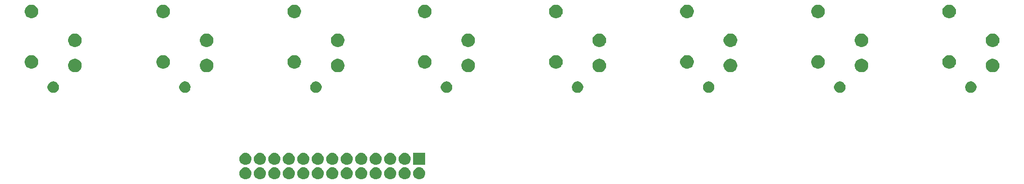
<source format=gts>
G04 #@! TF.GenerationSoftware,KiCad,Pcbnew,(5.1.0-0)*
G04 #@! TF.CreationDate,2019-11-06T10:24:09+01:00*
G04 #@! TF.ProjectId,AddOnD,4164644f-6e44-42e6-9b69-6361645f7063,rev?*
G04 #@! TF.SameCoordinates,Original*
G04 #@! TF.FileFunction,Soldermask,Top*
G04 #@! TF.FilePolarity,Negative*
%FSLAX46Y46*%
G04 Gerber Fmt 4.6, Leading zero omitted, Abs format (unit mm)*
G04 Created by KiCad (PCBNEW (5.1.0-0)) date 2019-11-06 10:24:09*
%MOMM*%
%LPD*%
G04 APERTURE LIST*
%ADD10C,0.100000*%
G04 APERTURE END LIST*
D10*
G36*
X84408500Y58708211D02*
G01*
X84608994Y58647392D01*
X84793759Y58548633D01*
X84793762Y58548631D01*
X84793763Y58548630D01*
X84955718Y58415718D01*
X85088630Y58253763D01*
X85088633Y58253759D01*
X85187392Y58068994D01*
X85248211Y57868500D01*
X85268746Y57660000D01*
X85248211Y57451500D01*
X85187392Y57251006D01*
X85088633Y57066241D01*
X85088631Y57066238D01*
X85088630Y57066237D01*
X84955718Y56904282D01*
X84793763Y56771370D01*
X84793759Y56771367D01*
X84608994Y56672608D01*
X84408500Y56611789D01*
X84252251Y56596400D01*
X84147749Y56596400D01*
X83991500Y56611789D01*
X83791006Y56672608D01*
X83606241Y56771367D01*
X83606237Y56771370D01*
X83444282Y56904282D01*
X83311370Y57066237D01*
X83311369Y57066238D01*
X83311367Y57066241D01*
X83212608Y57251006D01*
X83151789Y57451500D01*
X83131254Y57660000D01*
X83151789Y57868500D01*
X83212608Y58068994D01*
X83311367Y58253759D01*
X83311370Y58253763D01*
X83444282Y58415718D01*
X83606237Y58548630D01*
X83606238Y58548631D01*
X83606241Y58548633D01*
X83791006Y58647392D01*
X83991500Y58708211D01*
X84147749Y58723600D01*
X84252251Y58723600D01*
X84408500Y58708211D01*
X84408500Y58708211D01*
G37*
G36*
X81868500Y58708211D02*
G01*
X82068994Y58647392D01*
X82253759Y58548633D01*
X82253762Y58548631D01*
X82253763Y58548630D01*
X82415718Y58415718D01*
X82548630Y58253763D01*
X82548633Y58253759D01*
X82647392Y58068994D01*
X82708211Y57868500D01*
X82728746Y57660000D01*
X82708211Y57451500D01*
X82647392Y57251006D01*
X82548633Y57066241D01*
X82548631Y57066238D01*
X82548630Y57066237D01*
X82415718Y56904282D01*
X82253763Y56771370D01*
X82253759Y56771367D01*
X82068994Y56672608D01*
X81868500Y56611789D01*
X81712251Y56596400D01*
X81607749Y56596400D01*
X81451500Y56611789D01*
X81251006Y56672608D01*
X81066241Y56771367D01*
X81066237Y56771370D01*
X80904282Y56904282D01*
X80771370Y57066237D01*
X80771369Y57066238D01*
X80771367Y57066241D01*
X80672608Y57251006D01*
X80611789Y57451500D01*
X80591254Y57660000D01*
X80611789Y57868500D01*
X80672608Y58068994D01*
X80771367Y58253759D01*
X80771370Y58253763D01*
X80904282Y58415718D01*
X81066237Y58548630D01*
X81066238Y58548631D01*
X81066241Y58548633D01*
X81251006Y58647392D01*
X81451500Y58708211D01*
X81607749Y58723600D01*
X81712251Y58723600D01*
X81868500Y58708211D01*
X81868500Y58708211D01*
G37*
G36*
X79328500Y58708211D02*
G01*
X79528994Y58647392D01*
X79713759Y58548633D01*
X79713762Y58548631D01*
X79713763Y58548630D01*
X79875718Y58415718D01*
X80008630Y58253763D01*
X80008633Y58253759D01*
X80107392Y58068994D01*
X80168211Y57868500D01*
X80188746Y57660000D01*
X80168211Y57451500D01*
X80107392Y57251006D01*
X80008633Y57066241D01*
X80008631Y57066238D01*
X80008630Y57066237D01*
X79875718Y56904282D01*
X79713763Y56771370D01*
X79713759Y56771367D01*
X79528994Y56672608D01*
X79328500Y56611789D01*
X79172251Y56596400D01*
X79067749Y56596400D01*
X78911500Y56611789D01*
X78711006Y56672608D01*
X78526241Y56771367D01*
X78526237Y56771370D01*
X78364282Y56904282D01*
X78231370Y57066237D01*
X78231369Y57066238D01*
X78231367Y57066241D01*
X78132608Y57251006D01*
X78071789Y57451500D01*
X78051254Y57660000D01*
X78071789Y57868500D01*
X78132608Y58068994D01*
X78231367Y58253759D01*
X78231370Y58253763D01*
X78364282Y58415718D01*
X78526237Y58548630D01*
X78526238Y58548631D01*
X78526241Y58548633D01*
X78711006Y58647392D01*
X78911500Y58708211D01*
X79067749Y58723600D01*
X79172251Y58723600D01*
X79328500Y58708211D01*
X79328500Y58708211D01*
G37*
G36*
X76788500Y58708211D02*
G01*
X76988994Y58647392D01*
X77173759Y58548633D01*
X77173762Y58548631D01*
X77173763Y58548630D01*
X77335718Y58415718D01*
X77468630Y58253763D01*
X77468633Y58253759D01*
X77567392Y58068994D01*
X77628211Y57868500D01*
X77648746Y57660000D01*
X77628211Y57451500D01*
X77567392Y57251006D01*
X77468633Y57066241D01*
X77468631Y57066238D01*
X77468630Y57066237D01*
X77335718Y56904282D01*
X77173763Y56771370D01*
X77173759Y56771367D01*
X76988994Y56672608D01*
X76788500Y56611789D01*
X76632251Y56596400D01*
X76527749Y56596400D01*
X76371500Y56611789D01*
X76171006Y56672608D01*
X75986241Y56771367D01*
X75986237Y56771370D01*
X75824282Y56904282D01*
X75691370Y57066237D01*
X75691369Y57066238D01*
X75691367Y57066241D01*
X75592608Y57251006D01*
X75531789Y57451500D01*
X75511254Y57660000D01*
X75531789Y57868500D01*
X75592608Y58068994D01*
X75691367Y58253759D01*
X75691370Y58253763D01*
X75824282Y58415718D01*
X75986237Y58548630D01*
X75986238Y58548631D01*
X75986241Y58548633D01*
X76171006Y58647392D01*
X76371500Y58708211D01*
X76527749Y58723600D01*
X76632251Y58723600D01*
X76788500Y58708211D01*
X76788500Y58708211D01*
G37*
G36*
X74248500Y58708211D02*
G01*
X74448994Y58647392D01*
X74633759Y58548633D01*
X74633762Y58548631D01*
X74633763Y58548630D01*
X74795718Y58415718D01*
X74928630Y58253763D01*
X74928633Y58253759D01*
X75027392Y58068994D01*
X75088211Y57868500D01*
X75108746Y57660000D01*
X75088211Y57451500D01*
X75027392Y57251006D01*
X74928633Y57066241D01*
X74928631Y57066238D01*
X74928630Y57066237D01*
X74795718Y56904282D01*
X74633763Y56771370D01*
X74633759Y56771367D01*
X74448994Y56672608D01*
X74248500Y56611789D01*
X74092251Y56596400D01*
X73987749Y56596400D01*
X73831500Y56611789D01*
X73631006Y56672608D01*
X73446241Y56771367D01*
X73446237Y56771370D01*
X73284282Y56904282D01*
X73151370Y57066237D01*
X73151369Y57066238D01*
X73151367Y57066241D01*
X73052608Y57251006D01*
X72991789Y57451500D01*
X72971254Y57660000D01*
X72991789Y57868500D01*
X73052608Y58068994D01*
X73151367Y58253759D01*
X73151370Y58253763D01*
X73284282Y58415718D01*
X73446237Y58548630D01*
X73446238Y58548631D01*
X73446241Y58548633D01*
X73631006Y58647392D01*
X73831500Y58708211D01*
X73987749Y58723600D01*
X74092251Y58723600D01*
X74248500Y58708211D01*
X74248500Y58708211D01*
G37*
G36*
X71708500Y58708211D02*
G01*
X71908994Y58647392D01*
X72093759Y58548633D01*
X72093762Y58548631D01*
X72093763Y58548630D01*
X72255718Y58415718D01*
X72388630Y58253763D01*
X72388633Y58253759D01*
X72487392Y58068994D01*
X72548211Y57868500D01*
X72568746Y57660000D01*
X72548211Y57451500D01*
X72487392Y57251006D01*
X72388633Y57066241D01*
X72388631Y57066238D01*
X72388630Y57066237D01*
X72255718Y56904282D01*
X72093763Y56771370D01*
X72093759Y56771367D01*
X71908994Y56672608D01*
X71708500Y56611789D01*
X71552251Y56596400D01*
X71447749Y56596400D01*
X71291500Y56611789D01*
X71091006Y56672608D01*
X70906241Y56771367D01*
X70906237Y56771370D01*
X70744282Y56904282D01*
X70611370Y57066237D01*
X70611369Y57066238D01*
X70611367Y57066241D01*
X70512608Y57251006D01*
X70451789Y57451500D01*
X70431254Y57660000D01*
X70451789Y57868500D01*
X70512608Y58068994D01*
X70611367Y58253759D01*
X70611370Y58253763D01*
X70744282Y58415718D01*
X70906237Y58548630D01*
X70906238Y58548631D01*
X70906241Y58548633D01*
X71091006Y58647392D01*
X71291500Y58708211D01*
X71447749Y58723600D01*
X71552251Y58723600D01*
X71708500Y58708211D01*
X71708500Y58708211D01*
G37*
G36*
X69168500Y58708211D02*
G01*
X69368994Y58647392D01*
X69553759Y58548633D01*
X69553762Y58548631D01*
X69553763Y58548630D01*
X69715718Y58415718D01*
X69848630Y58253763D01*
X69848633Y58253759D01*
X69947392Y58068994D01*
X70008211Y57868500D01*
X70028746Y57660000D01*
X70008211Y57451500D01*
X69947392Y57251006D01*
X69848633Y57066241D01*
X69848631Y57066238D01*
X69848630Y57066237D01*
X69715718Y56904282D01*
X69553763Y56771370D01*
X69553759Y56771367D01*
X69368994Y56672608D01*
X69168500Y56611789D01*
X69012251Y56596400D01*
X68907749Y56596400D01*
X68751500Y56611789D01*
X68551006Y56672608D01*
X68366241Y56771367D01*
X68366237Y56771370D01*
X68204282Y56904282D01*
X68071370Y57066237D01*
X68071369Y57066238D01*
X68071367Y57066241D01*
X67972608Y57251006D01*
X67911789Y57451500D01*
X67891254Y57660000D01*
X67911789Y57868500D01*
X67972608Y58068994D01*
X68071367Y58253759D01*
X68071370Y58253763D01*
X68204282Y58415718D01*
X68366237Y58548630D01*
X68366238Y58548631D01*
X68366241Y58548633D01*
X68551006Y58647392D01*
X68751500Y58708211D01*
X68907749Y58723600D01*
X69012251Y58723600D01*
X69168500Y58708211D01*
X69168500Y58708211D01*
G37*
G36*
X66628500Y58708211D02*
G01*
X66828994Y58647392D01*
X67013759Y58548633D01*
X67013762Y58548631D01*
X67013763Y58548630D01*
X67175718Y58415718D01*
X67308630Y58253763D01*
X67308633Y58253759D01*
X67407392Y58068994D01*
X67468211Y57868500D01*
X67488746Y57660000D01*
X67468211Y57451500D01*
X67407392Y57251006D01*
X67308633Y57066241D01*
X67308631Y57066238D01*
X67308630Y57066237D01*
X67175718Y56904282D01*
X67013763Y56771370D01*
X67013759Y56771367D01*
X66828994Y56672608D01*
X66628500Y56611789D01*
X66472251Y56596400D01*
X66367749Y56596400D01*
X66211500Y56611789D01*
X66011006Y56672608D01*
X65826241Y56771367D01*
X65826237Y56771370D01*
X65664282Y56904282D01*
X65531370Y57066237D01*
X65531369Y57066238D01*
X65531367Y57066241D01*
X65432608Y57251006D01*
X65371789Y57451500D01*
X65351254Y57660000D01*
X65371789Y57868500D01*
X65432608Y58068994D01*
X65531367Y58253759D01*
X65531370Y58253763D01*
X65664282Y58415718D01*
X65826237Y58548630D01*
X65826238Y58548631D01*
X65826241Y58548633D01*
X66011006Y58647392D01*
X66211500Y58708211D01*
X66367749Y58723600D01*
X66472251Y58723600D01*
X66628500Y58708211D01*
X66628500Y58708211D01*
G37*
G36*
X64088500Y58708211D02*
G01*
X64288994Y58647392D01*
X64473759Y58548633D01*
X64473762Y58548631D01*
X64473763Y58548630D01*
X64635718Y58415718D01*
X64768630Y58253763D01*
X64768633Y58253759D01*
X64867392Y58068994D01*
X64928211Y57868500D01*
X64948746Y57660000D01*
X64928211Y57451500D01*
X64867392Y57251006D01*
X64768633Y57066241D01*
X64768631Y57066238D01*
X64768630Y57066237D01*
X64635718Y56904282D01*
X64473763Y56771370D01*
X64473759Y56771367D01*
X64288994Y56672608D01*
X64088500Y56611789D01*
X63932251Y56596400D01*
X63827749Y56596400D01*
X63671500Y56611789D01*
X63471006Y56672608D01*
X63286241Y56771367D01*
X63286237Y56771370D01*
X63124282Y56904282D01*
X62991370Y57066237D01*
X62991369Y57066238D01*
X62991367Y57066241D01*
X62892608Y57251006D01*
X62831789Y57451500D01*
X62811254Y57660000D01*
X62831789Y57868500D01*
X62892608Y58068994D01*
X62991367Y58253759D01*
X62991370Y58253763D01*
X63124282Y58415718D01*
X63286237Y58548630D01*
X63286238Y58548631D01*
X63286241Y58548633D01*
X63471006Y58647392D01*
X63671500Y58708211D01*
X63827749Y58723600D01*
X63932251Y58723600D01*
X64088500Y58708211D01*
X64088500Y58708211D01*
G37*
G36*
X61548500Y58708211D02*
G01*
X61748994Y58647392D01*
X61933759Y58548633D01*
X61933762Y58548631D01*
X61933763Y58548630D01*
X62095718Y58415718D01*
X62228630Y58253763D01*
X62228633Y58253759D01*
X62327392Y58068994D01*
X62388211Y57868500D01*
X62408746Y57660000D01*
X62388211Y57451500D01*
X62327392Y57251006D01*
X62228633Y57066241D01*
X62228631Y57066238D01*
X62228630Y57066237D01*
X62095718Y56904282D01*
X61933763Y56771370D01*
X61933759Y56771367D01*
X61748994Y56672608D01*
X61548500Y56611789D01*
X61392251Y56596400D01*
X61287749Y56596400D01*
X61131500Y56611789D01*
X60931006Y56672608D01*
X60746241Y56771367D01*
X60746237Y56771370D01*
X60584282Y56904282D01*
X60451370Y57066237D01*
X60451369Y57066238D01*
X60451367Y57066241D01*
X60352608Y57251006D01*
X60291789Y57451500D01*
X60271254Y57660000D01*
X60291789Y57868500D01*
X60352608Y58068994D01*
X60451367Y58253759D01*
X60451370Y58253763D01*
X60584282Y58415718D01*
X60746237Y58548630D01*
X60746238Y58548631D01*
X60746241Y58548633D01*
X60931006Y58647392D01*
X61131500Y58708211D01*
X61287749Y58723600D01*
X61392251Y58723600D01*
X61548500Y58708211D01*
X61548500Y58708211D01*
G37*
G36*
X59008500Y58708211D02*
G01*
X59208994Y58647392D01*
X59393759Y58548633D01*
X59393762Y58548631D01*
X59393763Y58548630D01*
X59555718Y58415718D01*
X59688630Y58253763D01*
X59688633Y58253759D01*
X59787392Y58068994D01*
X59848211Y57868500D01*
X59868746Y57660000D01*
X59848211Y57451500D01*
X59787392Y57251006D01*
X59688633Y57066241D01*
X59688631Y57066238D01*
X59688630Y57066237D01*
X59555718Y56904282D01*
X59393763Y56771370D01*
X59393759Y56771367D01*
X59208994Y56672608D01*
X59008500Y56611789D01*
X58852251Y56596400D01*
X58747749Y56596400D01*
X58591500Y56611789D01*
X58391006Y56672608D01*
X58206241Y56771367D01*
X58206237Y56771370D01*
X58044282Y56904282D01*
X57911370Y57066237D01*
X57911369Y57066238D01*
X57911367Y57066241D01*
X57812608Y57251006D01*
X57751789Y57451500D01*
X57731254Y57660000D01*
X57751789Y57868500D01*
X57812608Y58068994D01*
X57911367Y58253759D01*
X57911370Y58253763D01*
X58044282Y58415718D01*
X58206237Y58548630D01*
X58206238Y58548631D01*
X58206241Y58548633D01*
X58391006Y58647392D01*
X58591500Y58708211D01*
X58747749Y58723600D01*
X58852251Y58723600D01*
X59008500Y58708211D01*
X59008500Y58708211D01*
G37*
G36*
X56468500Y58708211D02*
G01*
X56668994Y58647392D01*
X56853759Y58548633D01*
X56853762Y58548631D01*
X56853763Y58548630D01*
X57015718Y58415718D01*
X57148630Y58253763D01*
X57148633Y58253759D01*
X57247392Y58068994D01*
X57308211Y57868500D01*
X57328746Y57660000D01*
X57308211Y57451500D01*
X57247392Y57251006D01*
X57148633Y57066241D01*
X57148631Y57066238D01*
X57148630Y57066237D01*
X57015718Y56904282D01*
X56853763Y56771370D01*
X56853759Y56771367D01*
X56668994Y56672608D01*
X56468500Y56611789D01*
X56312251Y56596400D01*
X56207749Y56596400D01*
X56051500Y56611789D01*
X55851006Y56672608D01*
X55666241Y56771367D01*
X55666237Y56771370D01*
X55504282Y56904282D01*
X55371370Y57066237D01*
X55371369Y57066238D01*
X55371367Y57066241D01*
X55272608Y57251006D01*
X55211789Y57451500D01*
X55191254Y57660000D01*
X55211789Y57868500D01*
X55272608Y58068994D01*
X55371367Y58253759D01*
X55371370Y58253763D01*
X55504282Y58415718D01*
X55666237Y58548630D01*
X55666238Y58548631D01*
X55666241Y58548633D01*
X55851006Y58647392D01*
X56051500Y58708211D01*
X56207749Y58723600D01*
X56312251Y58723600D01*
X56468500Y58708211D01*
X56468500Y58708211D01*
G37*
G36*
X53928500Y58708211D02*
G01*
X54128994Y58647392D01*
X54313759Y58548633D01*
X54313762Y58548631D01*
X54313763Y58548630D01*
X54475718Y58415718D01*
X54608630Y58253763D01*
X54608633Y58253759D01*
X54707392Y58068994D01*
X54768211Y57868500D01*
X54788746Y57660000D01*
X54768211Y57451500D01*
X54707392Y57251006D01*
X54608633Y57066241D01*
X54608631Y57066238D01*
X54608630Y57066237D01*
X54475718Y56904282D01*
X54313763Y56771370D01*
X54313759Y56771367D01*
X54128994Y56672608D01*
X53928500Y56611789D01*
X53772251Y56596400D01*
X53667749Y56596400D01*
X53511500Y56611789D01*
X53311006Y56672608D01*
X53126241Y56771367D01*
X53126237Y56771370D01*
X52964282Y56904282D01*
X52831370Y57066237D01*
X52831369Y57066238D01*
X52831367Y57066241D01*
X52732608Y57251006D01*
X52671789Y57451500D01*
X52651254Y57660000D01*
X52671789Y57868500D01*
X52732608Y58068994D01*
X52831367Y58253759D01*
X52831370Y58253763D01*
X52964282Y58415718D01*
X53126237Y58548630D01*
X53126238Y58548631D01*
X53126241Y58548633D01*
X53311006Y58647392D01*
X53511500Y58708211D01*
X53667749Y58723600D01*
X53772251Y58723600D01*
X53928500Y58708211D01*
X53928500Y58708211D01*
G37*
G36*
X71708500Y61248211D02*
G01*
X71908994Y61187392D01*
X72093759Y61088633D01*
X72093762Y61088631D01*
X72093763Y61088630D01*
X72255718Y60955718D01*
X72388630Y60793763D01*
X72388633Y60793759D01*
X72487392Y60608994D01*
X72548211Y60408500D01*
X72568746Y60200000D01*
X72548211Y59991500D01*
X72487392Y59791006D01*
X72388633Y59606241D01*
X72388631Y59606238D01*
X72388630Y59606237D01*
X72255718Y59444282D01*
X72093763Y59311370D01*
X72093759Y59311367D01*
X71908994Y59212608D01*
X71708500Y59151789D01*
X71552251Y59136400D01*
X71447749Y59136400D01*
X71291500Y59151789D01*
X71091006Y59212608D01*
X70906241Y59311367D01*
X70906237Y59311370D01*
X70744282Y59444282D01*
X70611370Y59606237D01*
X70611369Y59606238D01*
X70611367Y59606241D01*
X70512608Y59791006D01*
X70451789Y59991500D01*
X70431254Y60200000D01*
X70451789Y60408500D01*
X70512608Y60608994D01*
X70611367Y60793759D01*
X70611370Y60793763D01*
X70744282Y60955718D01*
X70906237Y61088630D01*
X70906238Y61088631D01*
X70906241Y61088633D01*
X71091006Y61187392D01*
X71291500Y61248211D01*
X71447749Y61263600D01*
X71552251Y61263600D01*
X71708500Y61248211D01*
X71708500Y61248211D01*
G37*
G36*
X66628500Y61248211D02*
G01*
X66828994Y61187392D01*
X67013759Y61088633D01*
X67013762Y61088631D01*
X67013763Y61088630D01*
X67175718Y60955718D01*
X67308630Y60793763D01*
X67308633Y60793759D01*
X67407392Y60608994D01*
X67468211Y60408500D01*
X67488746Y60200000D01*
X67468211Y59991500D01*
X67407392Y59791006D01*
X67308633Y59606241D01*
X67308631Y59606238D01*
X67308630Y59606237D01*
X67175718Y59444282D01*
X67013763Y59311370D01*
X67013759Y59311367D01*
X66828994Y59212608D01*
X66628500Y59151789D01*
X66472251Y59136400D01*
X66367749Y59136400D01*
X66211500Y59151789D01*
X66011006Y59212608D01*
X65826241Y59311367D01*
X65826237Y59311370D01*
X65664282Y59444282D01*
X65531370Y59606237D01*
X65531369Y59606238D01*
X65531367Y59606241D01*
X65432608Y59791006D01*
X65371789Y59991500D01*
X65351254Y60200000D01*
X65371789Y60408500D01*
X65432608Y60608994D01*
X65531367Y60793759D01*
X65531370Y60793763D01*
X65664282Y60955718D01*
X65826237Y61088630D01*
X65826238Y61088631D01*
X65826241Y61088633D01*
X66011006Y61187392D01*
X66211500Y61248211D01*
X66367749Y61263600D01*
X66472251Y61263600D01*
X66628500Y61248211D01*
X66628500Y61248211D01*
G37*
G36*
X74248500Y61248211D02*
G01*
X74448994Y61187392D01*
X74633759Y61088633D01*
X74633762Y61088631D01*
X74633763Y61088630D01*
X74795718Y60955718D01*
X74928630Y60793763D01*
X74928633Y60793759D01*
X75027392Y60608994D01*
X75088211Y60408500D01*
X75108746Y60200000D01*
X75088211Y59991500D01*
X75027392Y59791006D01*
X74928633Y59606241D01*
X74928631Y59606238D01*
X74928630Y59606237D01*
X74795718Y59444282D01*
X74633763Y59311370D01*
X74633759Y59311367D01*
X74448994Y59212608D01*
X74248500Y59151789D01*
X74092251Y59136400D01*
X73987749Y59136400D01*
X73831500Y59151789D01*
X73631006Y59212608D01*
X73446241Y59311367D01*
X73446237Y59311370D01*
X73284282Y59444282D01*
X73151370Y59606237D01*
X73151369Y59606238D01*
X73151367Y59606241D01*
X73052608Y59791006D01*
X72991789Y59991500D01*
X72971254Y60200000D01*
X72991789Y60408500D01*
X73052608Y60608994D01*
X73151367Y60793759D01*
X73151370Y60793763D01*
X73284282Y60955718D01*
X73446237Y61088630D01*
X73446238Y61088631D01*
X73446241Y61088633D01*
X73631006Y61187392D01*
X73831500Y61248211D01*
X73987749Y61263600D01*
X74092251Y61263600D01*
X74248500Y61248211D01*
X74248500Y61248211D01*
G37*
G36*
X64088500Y61248211D02*
G01*
X64288994Y61187392D01*
X64473759Y61088633D01*
X64473762Y61088631D01*
X64473763Y61088630D01*
X64635718Y60955718D01*
X64768630Y60793763D01*
X64768633Y60793759D01*
X64867392Y60608994D01*
X64928211Y60408500D01*
X64948746Y60200000D01*
X64928211Y59991500D01*
X64867392Y59791006D01*
X64768633Y59606241D01*
X64768631Y59606238D01*
X64768630Y59606237D01*
X64635718Y59444282D01*
X64473763Y59311370D01*
X64473759Y59311367D01*
X64288994Y59212608D01*
X64088500Y59151789D01*
X63932251Y59136400D01*
X63827749Y59136400D01*
X63671500Y59151789D01*
X63471006Y59212608D01*
X63286241Y59311367D01*
X63286237Y59311370D01*
X63124282Y59444282D01*
X62991370Y59606237D01*
X62991369Y59606238D01*
X62991367Y59606241D01*
X62892608Y59791006D01*
X62831789Y59991500D01*
X62811254Y60200000D01*
X62831789Y60408500D01*
X62892608Y60608994D01*
X62991367Y60793759D01*
X62991370Y60793763D01*
X63124282Y60955718D01*
X63286237Y61088630D01*
X63286238Y61088631D01*
X63286241Y61088633D01*
X63471006Y61187392D01*
X63671500Y61248211D01*
X63827749Y61263600D01*
X63932251Y61263600D01*
X64088500Y61248211D01*
X64088500Y61248211D01*
G37*
G36*
X76788500Y61248211D02*
G01*
X76988994Y61187392D01*
X77173759Y61088633D01*
X77173762Y61088631D01*
X77173763Y61088630D01*
X77335718Y60955718D01*
X77468630Y60793763D01*
X77468633Y60793759D01*
X77567392Y60608994D01*
X77628211Y60408500D01*
X77648746Y60200000D01*
X77628211Y59991500D01*
X77567392Y59791006D01*
X77468633Y59606241D01*
X77468631Y59606238D01*
X77468630Y59606237D01*
X77335718Y59444282D01*
X77173763Y59311370D01*
X77173759Y59311367D01*
X76988994Y59212608D01*
X76788500Y59151789D01*
X76632251Y59136400D01*
X76527749Y59136400D01*
X76371500Y59151789D01*
X76171006Y59212608D01*
X75986241Y59311367D01*
X75986237Y59311370D01*
X75824282Y59444282D01*
X75691370Y59606237D01*
X75691369Y59606238D01*
X75691367Y59606241D01*
X75592608Y59791006D01*
X75531789Y59991500D01*
X75511254Y60200000D01*
X75531789Y60408500D01*
X75592608Y60608994D01*
X75691367Y60793759D01*
X75691370Y60793763D01*
X75824282Y60955718D01*
X75986237Y61088630D01*
X75986238Y61088631D01*
X75986241Y61088633D01*
X76171006Y61187392D01*
X76371500Y61248211D01*
X76527749Y61263600D01*
X76632251Y61263600D01*
X76788500Y61248211D01*
X76788500Y61248211D01*
G37*
G36*
X61548500Y61248211D02*
G01*
X61748994Y61187392D01*
X61933759Y61088633D01*
X61933762Y61088631D01*
X61933763Y61088630D01*
X62095718Y60955718D01*
X62228630Y60793763D01*
X62228633Y60793759D01*
X62327392Y60608994D01*
X62388211Y60408500D01*
X62408746Y60200000D01*
X62388211Y59991500D01*
X62327392Y59791006D01*
X62228633Y59606241D01*
X62228631Y59606238D01*
X62228630Y59606237D01*
X62095718Y59444282D01*
X61933763Y59311370D01*
X61933759Y59311367D01*
X61748994Y59212608D01*
X61548500Y59151789D01*
X61392251Y59136400D01*
X61287749Y59136400D01*
X61131500Y59151789D01*
X60931006Y59212608D01*
X60746241Y59311367D01*
X60746237Y59311370D01*
X60584282Y59444282D01*
X60451370Y59606237D01*
X60451369Y59606238D01*
X60451367Y59606241D01*
X60352608Y59791006D01*
X60291789Y59991500D01*
X60271254Y60200000D01*
X60291789Y60408500D01*
X60352608Y60608994D01*
X60451367Y60793759D01*
X60451370Y60793763D01*
X60584282Y60955718D01*
X60746237Y61088630D01*
X60746238Y61088631D01*
X60746241Y61088633D01*
X60931006Y61187392D01*
X61131500Y61248211D01*
X61287749Y61263600D01*
X61392251Y61263600D01*
X61548500Y61248211D01*
X61548500Y61248211D01*
G37*
G36*
X79328500Y61248211D02*
G01*
X79528994Y61187392D01*
X79713759Y61088633D01*
X79713762Y61088631D01*
X79713763Y61088630D01*
X79875718Y60955718D01*
X80008630Y60793763D01*
X80008633Y60793759D01*
X80107392Y60608994D01*
X80168211Y60408500D01*
X80188746Y60200000D01*
X80168211Y59991500D01*
X80107392Y59791006D01*
X80008633Y59606241D01*
X80008631Y59606238D01*
X80008630Y59606237D01*
X79875718Y59444282D01*
X79713763Y59311370D01*
X79713759Y59311367D01*
X79528994Y59212608D01*
X79328500Y59151789D01*
X79172251Y59136400D01*
X79067749Y59136400D01*
X78911500Y59151789D01*
X78711006Y59212608D01*
X78526241Y59311367D01*
X78526237Y59311370D01*
X78364282Y59444282D01*
X78231370Y59606237D01*
X78231369Y59606238D01*
X78231367Y59606241D01*
X78132608Y59791006D01*
X78071789Y59991500D01*
X78051254Y60200000D01*
X78071789Y60408500D01*
X78132608Y60608994D01*
X78231367Y60793759D01*
X78231370Y60793763D01*
X78364282Y60955718D01*
X78526237Y61088630D01*
X78526238Y61088631D01*
X78526241Y61088633D01*
X78711006Y61187392D01*
X78911500Y61248211D01*
X79067749Y61263600D01*
X79172251Y61263600D01*
X79328500Y61248211D01*
X79328500Y61248211D01*
G37*
G36*
X59008500Y61248211D02*
G01*
X59208994Y61187392D01*
X59393759Y61088633D01*
X59393762Y61088631D01*
X59393763Y61088630D01*
X59555718Y60955718D01*
X59688630Y60793763D01*
X59688633Y60793759D01*
X59787392Y60608994D01*
X59848211Y60408500D01*
X59868746Y60200000D01*
X59848211Y59991500D01*
X59787392Y59791006D01*
X59688633Y59606241D01*
X59688631Y59606238D01*
X59688630Y59606237D01*
X59555718Y59444282D01*
X59393763Y59311370D01*
X59393759Y59311367D01*
X59208994Y59212608D01*
X59008500Y59151789D01*
X58852251Y59136400D01*
X58747749Y59136400D01*
X58591500Y59151789D01*
X58391006Y59212608D01*
X58206241Y59311367D01*
X58206237Y59311370D01*
X58044282Y59444282D01*
X57911370Y59606237D01*
X57911369Y59606238D01*
X57911367Y59606241D01*
X57812608Y59791006D01*
X57751789Y59991500D01*
X57731254Y60200000D01*
X57751789Y60408500D01*
X57812608Y60608994D01*
X57911367Y60793759D01*
X57911370Y60793763D01*
X58044282Y60955718D01*
X58206237Y61088630D01*
X58206238Y61088631D01*
X58206241Y61088633D01*
X58391006Y61187392D01*
X58591500Y61248211D01*
X58747749Y61263600D01*
X58852251Y61263600D01*
X59008500Y61248211D01*
X59008500Y61248211D01*
G37*
G36*
X85263600Y59136400D02*
G01*
X83136400Y59136400D01*
X83136400Y61263600D01*
X85263600Y61263600D01*
X85263600Y59136400D01*
X85263600Y59136400D01*
G37*
G36*
X81868500Y61248211D02*
G01*
X82068994Y61187392D01*
X82253759Y61088633D01*
X82253762Y61088631D01*
X82253763Y61088630D01*
X82415718Y60955718D01*
X82548630Y60793763D01*
X82548633Y60793759D01*
X82647392Y60608994D01*
X82708211Y60408500D01*
X82728746Y60200000D01*
X82708211Y59991500D01*
X82647392Y59791006D01*
X82548633Y59606241D01*
X82548631Y59606238D01*
X82548630Y59606237D01*
X82415718Y59444282D01*
X82253763Y59311370D01*
X82253759Y59311367D01*
X82068994Y59212608D01*
X81868500Y59151789D01*
X81712251Y59136400D01*
X81607749Y59136400D01*
X81451500Y59151789D01*
X81251006Y59212608D01*
X81066241Y59311367D01*
X81066237Y59311370D01*
X80904282Y59444282D01*
X80771370Y59606237D01*
X80771369Y59606238D01*
X80771367Y59606241D01*
X80672608Y59791006D01*
X80611789Y59991500D01*
X80591254Y60200000D01*
X80611789Y60408500D01*
X80672608Y60608994D01*
X80771367Y60793759D01*
X80771370Y60793763D01*
X80904282Y60955718D01*
X81066237Y61088630D01*
X81066238Y61088631D01*
X81066241Y61088633D01*
X81251006Y61187392D01*
X81451500Y61248211D01*
X81607749Y61263600D01*
X81712251Y61263600D01*
X81868500Y61248211D01*
X81868500Y61248211D01*
G37*
G36*
X53928500Y61248211D02*
G01*
X54128994Y61187392D01*
X54313759Y61088633D01*
X54313762Y61088631D01*
X54313763Y61088630D01*
X54475718Y60955718D01*
X54608630Y60793763D01*
X54608633Y60793759D01*
X54707392Y60608994D01*
X54768211Y60408500D01*
X54788746Y60200000D01*
X54768211Y59991500D01*
X54707392Y59791006D01*
X54608633Y59606241D01*
X54608631Y59606238D01*
X54608630Y59606237D01*
X54475718Y59444282D01*
X54313763Y59311370D01*
X54313759Y59311367D01*
X54128994Y59212608D01*
X53928500Y59151789D01*
X53772251Y59136400D01*
X53667749Y59136400D01*
X53511500Y59151789D01*
X53311006Y59212608D01*
X53126241Y59311367D01*
X53126237Y59311370D01*
X52964282Y59444282D01*
X52831370Y59606237D01*
X52831369Y59606238D01*
X52831367Y59606241D01*
X52732608Y59791006D01*
X52671789Y59991500D01*
X52651254Y60200000D01*
X52671789Y60408500D01*
X52732608Y60608994D01*
X52831367Y60793759D01*
X52831370Y60793763D01*
X52964282Y60955718D01*
X53126237Y61088630D01*
X53126238Y61088631D01*
X53126241Y61088633D01*
X53311006Y61187392D01*
X53511500Y61248211D01*
X53667749Y61263600D01*
X53772251Y61263600D01*
X53928500Y61248211D01*
X53928500Y61248211D01*
G37*
G36*
X56468500Y61248211D02*
G01*
X56668994Y61187392D01*
X56853759Y61088633D01*
X56853762Y61088631D01*
X56853763Y61088630D01*
X57015718Y60955718D01*
X57148630Y60793763D01*
X57148633Y60793759D01*
X57247392Y60608994D01*
X57308211Y60408500D01*
X57328746Y60200000D01*
X57308211Y59991500D01*
X57247392Y59791006D01*
X57148633Y59606241D01*
X57148631Y59606238D01*
X57148630Y59606237D01*
X57015718Y59444282D01*
X56853763Y59311370D01*
X56853759Y59311367D01*
X56668994Y59212608D01*
X56468500Y59151789D01*
X56312251Y59136400D01*
X56207749Y59136400D01*
X56051500Y59151789D01*
X55851006Y59212608D01*
X55666241Y59311367D01*
X55666237Y59311370D01*
X55504282Y59444282D01*
X55371370Y59606237D01*
X55371369Y59606238D01*
X55371367Y59606241D01*
X55272608Y59791006D01*
X55211789Y59991500D01*
X55191254Y60200000D01*
X55211789Y60408500D01*
X55272608Y60608994D01*
X55371367Y60793759D01*
X55371370Y60793763D01*
X55504282Y60955718D01*
X55666237Y61088630D01*
X55666238Y61088631D01*
X55666241Y61088633D01*
X55851006Y61187392D01*
X56051500Y61248211D01*
X56207749Y61263600D01*
X56312251Y61263600D01*
X56468500Y61248211D01*
X56468500Y61248211D01*
G37*
G36*
X69168500Y61248211D02*
G01*
X69368994Y61187392D01*
X69553759Y61088633D01*
X69553762Y61088631D01*
X69553763Y61088630D01*
X69715718Y60955718D01*
X69848630Y60793763D01*
X69848633Y60793759D01*
X69947392Y60608994D01*
X70008211Y60408500D01*
X70028746Y60200000D01*
X70008211Y59991500D01*
X69947392Y59791006D01*
X69848633Y59606241D01*
X69848631Y59606238D01*
X69848630Y59606237D01*
X69715718Y59444282D01*
X69553763Y59311370D01*
X69553759Y59311367D01*
X69368994Y59212608D01*
X69168500Y59151789D01*
X69012251Y59136400D01*
X68907749Y59136400D01*
X68751500Y59151789D01*
X68551006Y59212608D01*
X68366241Y59311367D01*
X68366237Y59311370D01*
X68204282Y59444282D01*
X68071370Y59606237D01*
X68071369Y59606238D01*
X68071367Y59606241D01*
X67972608Y59791006D01*
X67911789Y59991500D01*
X67891254Y60200000D01*
X67911789Y60408500D01*
X67972608Y60608994D01*
X68071367Y60793759D01*
X68071370Y60793763D01*
X68204282Y60955718D01*
X68366237Y61088630D01*
X68366238Y61088631D01*
X68366241Y61088633D01*
X68551006Y61187392D01*
X68751500Y61248211D01*
X68907749Y61263600D01*
X69012251Y61263600D01*
X69168500Y61248211D01*
X69168500Y61248211D01*
G37*
G36*
X89227290Y73824381D02*
G01*
X89291689Y73811571D01*
X89473678Y73736189D01*
X89637463Y73626751D01*
X89776751Y73487463D01*
X89886189Y73323678D01*
X89961571Y73141689D01*
X90000000Y72948491D01*
X90000000Y72751509D01*
X89961571Y72558311D01*
X89886189Y72376322D01*
X89776751Y72212537D01*
X89637463Y72073249D01*
X89473678Y71963811D01*
X89291689Y71888429D01*
X89227290Y71875619D01*
X89098493Y71850000D01*
X88901507Y71850000D01*
X88772710Y71875619D01*
X88708311Y71888429D01*
X88526322Y71963811D01*
X88362537Y72073249D01*
X88223249Y72212537D01*
X88113811Y72376322D01*
X88038429Y72558311D01*
X88000000Y72751509D01*
X88000000Y72948491D01*
X88038429Y73141689D01*
X88113811Y73323678D01*
X88223249Y73487463D01*
X88362537Y73626751D01*
X88526322Y73736189D01*
X88708311Y73811571D01*
X88772710Y73824381D01*
X88901507Y73850000D01*
X89098493Y73850000D01*
X89227290Y73824381D01*
X89227290Y73824381D01*
G37*
G36*
X43327290Y73824381D02*
G01*
X43391689Y73811571D01*
X43573678Y73736189D01*
X43737463Y73626751D01*
X43876751Y73487463D01*
X43986189Y73323678D01*
X44061571Y73141689D01*
X44100000Y72948491D01*
X44100000Y72751509D01*
X44061571Y72558311D01*
X43986189Y72376322D01*
X43876751Y72212537D01*
X43737463Y72073249D01*
X43573678Y71963811D01*
X43391689Y71888429D01*
X43327290Y71875619D01*
X43198493Y71850000D01*
X43001507Y71850000D01*
X42872710Y71875619D01*
X42808311Y71888429D01*
X42626322Y71963811D01*
X42462537Y72073249D01*
X42323249Y72212537D01*
X42213811Y72376322D01*
X42138429Y72558311D01*
X42100000Y72751509D01*
X42100000Y72948491D01*
X42138429Y73141689D01*
X42213811Y73323678D01*
X42323249Y73487463D01*
X42462537Y73626751D01*
X42626322Y73736189D01*
X42808311Y73811571D01*
X42872710Y73824381D01*
X43001507Y73850000D01*
X43198493Y73850000D01*
X43327290Y73824381D01*
X43327290Y73824381D01*
G37*
G36*
X20227290Y73824381D02*
G01*
X20291689Y73811571D01*
X20473678Y73736189D01*
X20637463Y73626751D01*
X20776751Y73487463D01*
X20886189Y73323678D01*
X20961571Y73141689D01*
X21000000Y72948491D01*
X21000000Y72751509D01*
X20961571Y72558311D01*
X20886189Y72376322D01*
X20776751Y72212537D01*
X20637463Y72073249D01*
X20473678Y71963811D01*
X20291689Y71888429D01*
X20227290Y71875619D01*
X20098493Y71850000D01*
X19901507Y71850000D01*
X19772710Y71875619D01*
X19708311Y71888429D01*
X19526322Y71963811D01*
X19362537Y72073249D01*
X19223249Y72212537D01*
X19113811Y72376322D01*
X19038429Y72558311D01*
X19000000Y72751509D01*
X19000000Y72948491D01*
X19038429Y73141689D01*
X19113811Y73323678D01*
X19223249Y73487463D01*
X19362537Y73626751D01*
X19526322Y73736189D01*
X19708311Y73811571D01*
X19772710Y73824381D01*
X19901507Y73850000D01*
X20098493Y73850000D01*
X20227290Y73824381D01*
X20227290Y73824381D01*
G37*
G36*
X112227290Y73824381D02*
G01*
X112291689Y73811571D01*
X112473678Y73736189D01*
X112637463Y73626751D01*
X112776751Y73487463D01*
X112886189Y73323678D01*
X112961571Y73141689D01*
X113000000Y72948491D01*
X113000000Y72751509D01*
X112961571Y72558311D01*
X112886189Y72376322D01*
X112776751Y72212537D01*
X112637463Y72073249D01*
X112473678Y71963811D01*
X112291689Y71888429D01*
X112227290Y71875619D01*
X112098493Y71850000D01*
X111901507Y71850000D01*
X111772710Y71875619D01*
X111708311Y71888429D01*
X111526322Y71963811D01*
X111362537Y72073249D01*
X111223249Y72212537D01*
X111113811Y72376322D01*
X111038429Y72558311D01*
X111000000Y72751509D01*
X111000000Y72948491D01*
X111038429Y73141689D01*
X111113811Y73323678D01*
X111223249Y73487463D01*
X111362537Y73626751D01*
X111526322Y73736189D01*
X111708311Y73811571D01*
X111772710Y73824381D01*
X111901507Y73850000D01*
X112098493Y73850000D01*
X112227290Y73824381D01*
X112227290Y73824381D01*
G37*
G36*
X135227290Y73824381D02*
G01*
X135291689Y73811571D01*
X135473678Y73736189D01*
X135637463Y73626751D01*
X135776751Y73487463D01*
X135886189Y73323678D01*
X135961571Y73141689D01*
X136000000Y72948491D01*
X136000000Y72751509D01*
X135961571Y72558311D01*
X135886189Y72376322D01*
X135776751Y72212537D01*
X135637463Y72073249D01*
X135473678Y71963811D01*
X135291689Y71888429D01*
X135227290Y71875619D01*
X135098493Y71850000D01*
X134901507Y71850000D01*
X134772710Y71875619D01*
X134708311Y71888429D01*
X134526322Y71963811D01*
X134362537Y72073249D01*
X134223249Y72212537D01*
X134113811Y72376322D01*
X134038429Y72558311D01*
X134000000Y72751509D01*
X134000000Y72948491D01*
X134038429Y73141689D01*
X134113811Y73323678D01*
X134223249Y73487463D01*
X134362537Y73626751D01*
X134526322Y73736189D01*
X134708311Y73811571D01*
X134772710Y73824381D01*
X134901507Y73850000D01*
X135098493Y73850000D01*
X135227290Y73824381D01*
X135227290Y73824381D01*
G37*
G36*
X158227290Y73824381D02*
G01*
X158291689Y73811571D01*
X158473678Y73736189D01*
X158637463Y73626751D01*
X158776751Y73487463D01*
X158886189Y73323678D01*
X158961571Y73141689D01*
X159000000Y72948491D01*
X159000000Y72751509D01*
X158961571Y72558311D01*
X158886189Y72376322D01*
X158776751Y72212537D01*
X158637463Y72073249D01*
X158473678Y71963811D01*
X158291689Y71888429D01*
X158227290Y71875619D01*
X158098493Y71850000D01*
X157901507Y71850000D01*
X157772710Y71875619D01*
X157708311Y71888429D01*
X157526322Y71963811D01*
X157362537Y72073249D01*
X157223249Y72212537D01*
X157113811Y72376322D01*
X157038429Y72558311D01*
X157000000Y72751509D01*
X157000000Y72948491D01*
X157038429Y73141689D01*
X157113811Y73323678D01*
X157223249Y73487463D01*
X157362537Y73626751D01*
X157526322Y73736189D01*
X157708311Y73811571D01*
X157772710Y73824381D01*
X157901507Y73850000D01*
X158098493Y73850000D01*
X158227290Y73824381D01*
X158227290Y73824381D01*
G37*
G36*
X181227290Y73824381D02*
G01*
X181291689Y73811571D01*
X181473678Y73736189D01*
X181637463Y73626751D01*
X181776751Y73487463D01*
X181886189Y73323678D01*
X181961571Y73141689D01*
X182000000Y72948491D01*
X182000000Y72751509D01*
X181961571Y72558311D01*
X181886189Y72376322D01*
X181776751Y72212537D01*
X181637463Y72073249D01*
X181473678Y71963811D01*
X181291689Y71888429D01*
X181227290Y71875619D01*
X181098493Y71850000D01*
X180901507Y71850000D01*
X180772710Y71875619D01*
X180708311Y71888429D01*
X180526322Y71963811D01*
X180362537Y72073249D01*
X180223249Y72212537D01*
X180113811Y72376322D01*
X180038429Y72558311D01*
X180000000Y72751509D01*
X180000000Y72948491D01*
X180038429Y73141689D01*
X180113811Y73323678D01*
X180223249Y73487463D01*
X180362537Y73626751D01*
X180526322Y73736189D01*
X180708311Y73811571D01*
X180772710Y73824381D01*
X180901507Y73850000D01*
X181098493Y73850000D01*
X181227290Y73824381D01*
X181227290Y73824381D01*
G37*
G36*
X66327290Y73824381D02*
G01*
X66391689Y73811571D01*
X66573678Y73736189D01*
X66737463Y73626751D01*
X66876751Y73487463D01*
X66986189Y73323678D01*
X67061571Y73141689D01*
X67100000Y72948491D01*
X67100000Y72751509D01*
X67061571Y72558311D01*
X66986189Y72376322D01*
X66876751Y72212537D01*
X66737463Y72073249D01*
X66573678Y71963811D01*
X66391689Y71888429D01*
X66327290Y71875619D01*
X66198493Y71850000D01*
X66001507Y71850000D01*
X65872710Y71875619D01*
X65808311Y71888429D01*
X65626322Y71963811D01*
X65462537Y72073249D01*
X65323249Y72212537D01*
X65213811Y72376322D01*
X65138429Y72558311D01*
X65100000Y72751509D01*
X65100000Y72948491D01*
X65138429Y73141689D01*
X65213811Y73323678D01*
X65323249Y73487463D01*
X65462537Y73626751D01*
X65626322Y73736189D01*
X65808311Y73811571D01*
X65872710Y73824381D01*
X66001507Y73850000D01*
X66198493Y73850000D01*
X66327290Y73824381D01*
X66327290Y73824381D01*
G37*
G36*
X70260026Y77818885D02*
G01*
X70478411Y77728427D01*
X70478413Y77728426D01*
X70595747Y77650026D01*
X70674955Y77597101D01*
X70842101Y77429955D01*
X70973427Y77233411D01*
X71063885Y77015026D01*
X71110000Y76783191D01*
X71110000Y76546809D01*
X71063885Y76314974D01*
X70993941Y76146115D01*
X70973426Y76096587D01*
X70842101Y75900045D01*
X70674955Y75732899D01*
X70478413Y75601574D01*
X70478412Y75601573D01*
X70478411Y75601573D01*
X70260026Y75511115D01*
X70028191Y75465000D01*
X69791809Y75465000D01*
X69559974Y75511115D01*
X69341589Y75601573D01*
X69341588Y75601573D01*
X69341587Y75601574D01*
X69145045Y75732899D01*
X68977899Y75900045D01*
X68846574Y76096587D01*
X68826059Y76146115D01*
X68756115Y76314974D01*
X68710000Y76546809D01*
X68710000Y76783191D01*
X68756115Y77015026D01*
X68846573Y77233411D01*
X68977899Y77429955D01*
X69145045Y77597101D01*
X69224253Y77650026D01*
X69341587Y77728426D01*
X69341589Y77728427D01*
X69559974Y77818885D01*
X69791809Y77865000D01*
X70028191Y77865000D01*
X70260026Y77818885D01*
X70260026Y77818885D01*
G37*
G36*
X24160026Y77818885D02*
G01*
X24378411Y77728427D01*
X24378413Y77728426D01*
X24495747Y77650026D01*
X24574955Y77597101D01*
X24742101Y77429955D01*
X24873427Y77233411D01*
X24963885Y77015026D01*
X25010000Y76783191D01*
X25010000Y76546809D01*
X24963885Y76314974D01*
X24893941Y76146115D01*
X24873426Y76096587D01*
X24742101Y75900045D01*
X24574955Y75732899D01*
X24378413Y75601574D01*
X24378412Y75601573D01*
X24378411Y75601573D01*
X24160026Y75511115D01*
X23928191Y75465000D01*
X23691809Y75465000D01*
X23459974Y75511115D01*
X23241589Y75601573D01*
X23241588Y75601573D01*
X23241587Y75601574D01*
X23045045Y75732899D01*
X22877899Y75900045D01*
X22746574Y76096587D01*
X22726059Y76146115D01*
X22656115Y76314974D01*
X22610000Y76546809D01*
X22610000Y76783191D01*
X22656115Y77015026D01*
X22746573Y77233411D01*
X22877899Y77429955D01*
X23045045Y77597101D01*
X23124253Y77650026D01*
X23241587Y77728426D01*
X23241589Y77728427D01*
X23459974Y77818885D01*
X23691809Y77865000D01*
X23928191Y77865000D01*
X24160026Y77818885D01*
X24160026Y77818885D01*
G37*
G36*
X47260026Y77818885D02*
G01*
X47478411Y77728427D01*
X47478413Y77728426D01*
X47595747Y77650026D01*
X47674955Y77597101D01*
X47842101Y77429955D01*
X47973427Y77233411D01*
X48063885Y77015026D01*
X48110000Y76783191D01*
X48110000Y76546809D01*
X48063885Y76314974D01*
X47993941Y76146115D01*
X47973426Y76096587D01*
X47842101Y75900045D01*
X47674955Y75732899D01*
X47478413Y75601574D01*
X47478412Y75601573D01*
X47478411Y75601573D01*
X47260026Y75511115D01*
X47028191Y75465000D01*
X46791809Y75465000D01*
X46559974Y75511115D01*
X46341589Y75601573D01*
X46341588Y75601573D01*
X46341587Y75601574D01*
X46145045Y75732899D01*
X45977899Y75900045D01*
X45846574Y76096587D01*
X45826059Y76146115D01*
X45756115Y76314974D01*
X45710000Y76546809D01*
X45710000Y76783191D01*
X45756115Y77015026D01*
X45846573Y77233411D01*
X45977899Y77429955D01*
X46145045Y77597101D01*
X46224253Y77650026D01*
X46341587Y77728426D01*
X46341589Y77728427D01*
X46559974Y77818885D01*
X46791809Y77865000D01*
X47028191Y77865000D01*
X47260026Y77818885D01*
X47260026Y77818885D01*
G37*
G36*
X93160026Y77818885D02*
G01*
X93378411Y77728427D01*
X93378413Y77728426D01*
X93495747Y77650026D01*
X93574955Y77597101D01*
X93742101Y77429955D01*
X93873427Y77233411D01*
X93963885Y77015026D01*
X94010000Y76783191D01*
X94010000Y76546809D01*
X93963885Y76314974D01*
X93893941Y76146115D01*
X93873426Y76096587D01*
X93742101Y75900045D01*
X93574955Y75732899D01*
X93378413Y75601574D01*
X93378412Y75601573D01*
X93378411Y75601573D01*
X93160026Y75511115D01*
X92928191Y75465000D01*
X92691809Y75465000D01*
X92459974Y75511115D01*
X92241589Y75601573D01*
X92241588Y75601573D01*
X92241587Y75601574D01*
X92045045Y75732899D01*
X91877899Y75900045D01*
X91746574Y76096587D01*
X91726059Y76146115D01*
X91656115Y76314974D01*
X91610000Y76546809D01*
X91610000Y76783191D01*
X91656115Y77015026D01*
X91746573Y77233411D01*
X91877899Y77429955D01*
X92045045Y77597101D01*
X92124253Y77650026D01*
X92241587Y77728426D01*
X92241589Y77728427D01*
X92459974Y77818885D01*
X92691809Y77865000D01*
X92928191Y77865000D01*
X93160026Y77818885D01*
X93160026Y77818885D01*
G37*
G36*
X116160026Y77818885D02*
G01*
X116378411Y77728427D01*
X116378413Y77728426D01*
X116495747Y77650026D01*
X116574955Y77597101D01*
X116742101Y77429955D01*
X116873427Y77233411D01*
X116963885Y77015026D01*
X117010000Y76783191D01*
X117010000Y76546809D01*
X116963885Y76314974D01*
X116893941Y76146115D01*
X116873426Y76096587D01*
X116742101Y75900045D01*
X116574955Y75732899D01*
X116378413Y75601574D01*
X116378412Y75601573D01*
X116378411Y75601573D01*
X116160026Y75511115D01*
X115928191Y75465000D01*
X115691809Y75465000D01*
X115459974Y75511115D01*
X115241589Y75601573D01*
X115241588Y75601573D01*
X115241587Y75601574D01*
X115045045Y75732899D01*
X114877899Y75900045D01*
X114746574Y76096587D01*
X114726059Y76146115D01*
X114656115Y76314974D01*
X114610000Y76546809D01*
X114610000Y76783191D01*
X114656115Y77015026D01*
X114746573Y77233411D01*
X114877899Y77429955D01*
X115045045Y77597101D01*
X115124253Y77650026D01*
X115241587Y77728426D01*
X115241589Y77728427D01*
X115459974Y77818885D01*
X115691809Y77865000D01*
X115928191Y77865000D01*
X116160026Y77818885D01*
X116160026Y77818885D01*
G37*
G36*
X139160026Y77818885D02*
G01*
X139378411Y77728427D01*
X139378413Y77728426D01*
X139495747Y77650026D01*
X139574955Y77597101D01*
X139742101Y77429955D01*
X139873427Y77233411D01*
X139963885Y77015026D01*
X140010000Y76783191D01*
X140010000Y76546809D01*
X139963885Y76314974D01*
X139893941Y76146115D01*
X139873426Y76096587D01*
X139742101Y75900045D01*
X139574955Y75732899D01*
X139378413Y75601574D01*
X139378412Y75601573D01*
X139378411Y75601573D01*
X139160026Y75511115D01*
X138928191Y75465000D01*
X138691809Y75465000D01*
X138459974Y75511115D01*
X138241589Y75601573D01*
X138241588Y75601573D01*
X138241587Y75601574D01*
X138045045Y75732899D01*
X137877899Y75900045D01*
X137746574Y76096587D01*
X137726059Y76146115D01*
X137656115Y76314974D01*
X137610000Y76546809D01*
X137610000Y76783191D01*
X137656115Y77015026D01*
X137746573Y77233411D01*
X137877899Y77429955D01*
X138045045Y77597101D01*
X138124253Y77650026D01*
X138241587Y77728426D01*
X138241589Y77728427D01*
X138459974Y77818885D01*
X138691809Y77865000D01*
X138928191Y77865000D01*
X139160026Y77818885D01*
X139160026Y77818885D01*
G37*
G36*
X162160026Y77818885D02*
G01*
X162378411Y77728427D01*
X162378413Y77728426D01*
X162495747Y77650026D01*
X162574955Y77597101D01*
X162742101Y77429955D01*
X162873427Y77233411D01*
X162963885Y77015026D01*
X163010000Y76783191D01*
X163010000Y76546809D01*
X162963885Y76314974D01*
X162893941Y76146115D01*
X162873426Y76096587D01*
X162742101Y75900045D01*
X162574955Y75732899D01*
X162378413Y75601574D01*
X162378412Y75601573D01*
X162378411Y75601573D01*
X162160026Y75511115D01*
X161928191Y75465000D01*
X161691809Y75465000D01*
X161459974Y75511115D01*
X161241589Y75601573D01*
X161241588Y75601573D01*
X161241587Y75601574D01*
X161045045Y75732899D01*
X160877899Y75900045D01*
X160746574Y76096587D01*
X160726059Y76146115D01*
X160656115Y76314974D01*
X160610000Y76546809D01*
X160610000Y76783191D01*
X160656115Y77015026D01*
X160746573Y77233411D01*
X160877899Y77429955D01*
X161045045Y77597101D01*
X161124253Y77650026D01*
X161241587Y77728426D01*
X161241589Y77728427D01*
X161459974Y77818885D01*
X161691809Y77865000D01*
X161928191Y77865000D01*
X162160026Y77818885D01*
X162160026Y77818885D01*
G37*
G36*
X185160026Y77818885D02*
G01*
X185378411Y77728427D01*
X185378413Y77728426D01*
X185495747Y77650026D01*
X185574955Y77597101D01*
X185742101Y77429955D01*
X185873427Y77233411D01*
X185963885Y77015026D01*
X186010000Y76783191D01*
X186010000Y76546809D01*
X185963885Y76314974D01*
X185893941Y76146115D01*
X185873426Y76096587D01*
X185742101Y75900045D01*
X185574955Y75732899D01*
X185378413Y75601574D01*
X185378412Y75601573D01*
X185378411Y75601573D01*
X185160026Y75511115D01*
X184928191Y75465000D01*
X184691809Y75465000D01*
X184459974Y75511115D01*
X184241589Y75601573D01*
X184241588Y75601573D01*
X184241587Y75601574D01*
X184045045Y75732899D01*
X183877899Y75900045D01*
X183746574Y76096587D01*
X183726059Y76146115D01*
X183656115Y76314974D01*
X183610000Y76546809D01*
X183610000Y76783191D01*
X183656115Y77015026D01*
X183746573Y77233411D01*
X183877899Y77429955D01*
X184045045Y77597101D01*
X184124253Y77650026D01*
X184241587Y77728426D01*
X184241589Y77728427D01*
X184459974Y77818885D01*
X184691809Y77865000D01*
X184928191Y77865000D01*
X185160026Y77818885D01*
X185160026Y77818885D01*
G37*
G36*
X62640026Y78453885D02*
G01*
X62858411Y78363427D01*
X62858413Y78363426D01*
X63054955Y78232101D01*
X63222101Y78064955D01*
X63353427Y77868411D01*
X63443885Y77650026D01*
X63490000Y77418191D01*
X63490000Y77181809D01*
X63443885Y76949974D01*
X63374801Y76783191D01*
X63353426Y76731587D01*
X63222101Y76535045D01*
X63054955Y76367899D01*
X62858413Y76236574D01*
X62858412Y76236573D01*
X62858411Y76236573D01*
X62640026Y76146115D01*
X62408191Y76100000D01*
X62171809Y76100000D01*
X61939974Y76146115D01*
X61721589Y76236573D01*
X61721588Y76236573D01*
X61721587Y76236574D01*
X61525045Y76367899D01*
X61357899Y76535045D01*
X61226574Y76731587D01*
X61205199Y76783191D01*
X61136115Y76949974D01*
X61090000Y77181809D01*
X61090000Y77418191D01*
X61136115Y77650026D01*
X61226573Y77868411D01*
X61357899Y78064955D01*
X61525045Y78232101D01*
X61721587Y78363426D01*
X61721589Y78363427D01*
X61939974Y78453885D01*
X62171809Y78500000D01*
X62408191Y78500000D01*
X62640026Y78453885D01*
X62640026Y78453885D01*
G37*
G36*
X177540026Y78453885D02*
G01*
X177758411Y78363427D01*
X177758413Y78363426D01*
X177954955Y78232101D01*
X178122101Y78064955D01*
X178253427Y77868411D01*
X178343885Y77650026D01*
X178390000Y77418191D01*
X178390000Y77181809D01*
X178343885Y76949974D01*
X178274801Y76783191D01*
X178253426Y76731587D01*
X178122101Y76535045D01*
X177954955Y76367899D01*
X177758413Y76236574D01*
X177758412Y76236573D01*
X177758411Y76236573D01*
X177540026Y76146115D01*
X177308191Y76100000D01*
X177071809Y76100000D01*
X176839974Y76146115D01*
X176621589Y76236573D01*
X176621588Y76236573D01*
X176621587Y76236574D01*
X176425045Y76367899D01*
X176257899Y76535045D01*
X176126574Y76731587D01*
X176105199Y76783191D01*
X176036115Y76949974D01*
X175990000Y77181809D01*
X175990000Y77418191D01*
X176036115Y77650026D01*
X176126573Y77868411D01*
X176257899Y78064955D01*
X176425045Y78232101D01*
X176621587Y78363426D01*
X176621589Y78363427D01*
X176839974Y78453885D01*
X177071809Y78500000D01*
X177308191Y78500000D01*
X177540026Y78453885D01*
X177540026Y78453885D01*
G37*
G36*
X154540026Y78453885D02*
G01*
X154758411Y78363427D01*
X154758413Y78363426D01*
X154954955Y78232101D01*
X155122101Y78064955D01*
X155253427Y77868411D01*
X155343885Y77650026D01*
X155390000Y77418191D01*
X155390000Y77181809D01*
X155343885Y76949974D01*
X155274801Y76783191D01*
X155253426Y76731587D01*
X155122101Y76535045D01*
X154954955Y76367899D01*
X154758413Y76236574D01*
X154758412Y76236573D01*
X154758411Y76236573D01*
X154540026Y76146115D01*
X154308191Y76100000D01*
X154071809Y76100000D01*
X153839974Y76146115D01*
X153621589Y76236573D01*
X153621588Y76236573D01*
X153621587Y76236574D01*
X153425045Y76367899D01*
X153257899Y76535045D01*
X153126574Y76731587D01*
X153105199Y76783191D01*
X153036115Y76949974D01*
X152990000Y77181809D01*
X152990000Y77418191D01*
X153036115Y77650026D01*
X153126573Y77868411D01*
X153257899Y78064955D01*
X153425045Y78232101D01*
X153621587Y78363426D01*
X153621589Y78363427D01*
X153839974Y78453885D01*
X154071809Y78500000D01*
X154308191Y78500000D01*
X154540026Y78453885D01*
X154540026Y78453885D01*
G37*
G36*
X131540026Y78453885D02*
G01*
X131758411Y78363427D01*
X131758413Y78363426D01*
X131954955Y78232101D01*
X132122101Y78064955D01*
X132253427Y77868411D01*
X132343885Y77650026D01*
X132390000Y77418191D01*
X132390000Y77181809D01*
X132343885Y76949974D01*
X132274801Y76783191D01*
X132253426Y76731587D01*
X132122101Y76535045D01*
X131954955Y76367899D01*
X131758413Y76236574D01*
X131758412Y76236573D01*
X131758411Y76236573D01*
X131540026Y76146115D01*
X131308191Y76100000D01*
X131071809Y76100000D01*
X130839974Y76146115D01*
X130621589Y76236573D01*
X130621588Y76236573D01*
X130621587Y76236574D01*
X130425045Y76367899D01*
X130257899Y76535045D01*
X130126574Y76731587D01*
X130105199Y76783191D01*
X130036115Y76949974D01*
X129990000Y77181809D01*
X129990000Y77418191D01*
X130036115Y77650026D01*
X130126573Y77868411D01*
X130257899Y78064955D01*
X130425045Y78232101D01*
X130621587Y78363426D01*
X130621589Y78363427D01*
X130839974Y78453885D01*
X131071809Y78500000D01*
X131308191Y78500000D01*
X131540026Y78453885D01*
X131540026Y78453885D01*
G37*
G36*
X108540026Y78453885D02*
G01*
X108758411Y78363427D01*
X108758413Y78363426D01*
X108954955Y78232101D01*
X109122101Y78064955D01*
X109253427Y77868411D01*
X109343885Y77650026D01*
X109390000Y77418191D01*
X109390000Y77181809D01*
X109343885Y76949974D01*
X109274801Y76783191D01*
X109253426Y76731587D01*
X109122101Y76535045D01*
X108954955Y76367899D01*
X108758413Y76236574D01*
X108758412Y76236573D01*
X108758411Y76236573D01*
X108540026Y76146115D01*
X108308191Y76100000D01*
X108071809Y76100000D01*
X107839974Y76146115D01*
X107621589Y76236573D01*
X107621588Y76236573D01*
X107621587Y76236574D01*
X107425045Y76367899D01*
X107257899Y76535045D01*
X107126574Y76731587D01*
X107105199Y76783191D01*
X107036115Y76949974D01*
X106990000Y77181809D01*
X106990000Y77418191D01*
X107036115Y77650026D01*
X107126573Y77868411D01*
X107257899Y78064955D01*
X107425045Y78232101D01*
X107621587Y78363426D01*
X107621589Y78363427D01*
X107839974Y78453885D01*
X108071809Y78500000D01*
X108308191Y78500000D01*
X108540026Y78453885D01*
X108540026Y78453885D01*
G37*
G36*
X85540026Y78453885D02*
G01*
X85758411Y78363427D01*
X85758413Y78363426D01*
X85954955Y78232101D01*
X86122101Y78064955D01*
X86253427Y77868411D01*
X86343885Y77650026D01*
X86390000Y77418191D01*
X86390000Y77181809D01*
X86343885Y76949974D01*
X86274801Y76783191D01*
X86253426Y76731587D01*
X86122101Y76535045D01*
X85954955Y76367899D01*
X85758413Y76236574D01*
X85758412Y76236573D01*
X85758411Y76236573D01*
X85540026Y76146115D01*
X85308191Y76100000D01*
X85071809Y76100000D01*
X84839974Y76146115D01*
X84621589Y76236573D01*
X84621588Y76236573D01*
X84621587Y76236574D01*
X84425045Y76367899D01*
X84257899Y76535045D01*
X84126574Y76731587D01*
X84105199Y76783191D01*
X84036115Y76949974D01*
X83990000Y77181809D01*
X83990000Y77418191D01*
X84036115Y77650026D01*
X84126573Y77868411D01*
X84257899Y78064955D01*
X84425045Y78232101D01*
X84621587Y78363426D01*
X84621589Y78363427D01*
X84839974Y78453885D01*
X85071809Y78500000D01*
X85308191Y78500000D01*
X85540026Y78453885D01*
X85540026Y78453885D01*
G37*
G36*
X39640026Y78453885D02*
G01*
X39858411Y78363427D01*
X39858413Y78363426D01*
X40054955Y78232101D01*
X40222101Y78064955D01*
X40353427Y77868411D01*
X40443885Y77650026D01*
X40490000Y77418191D01*
X40490000Y77181809D01*
X40443885Y76949974D01*
X40374801Y76783191D01*
X40353426Y76731587D01*
X40222101Y76535045D01*
X40054955Y76367899D01*
X39858413Y76236574D01*
X39858412Y76236573D01*
X39858411Y76236573D01*
X39640026Y76146115D01*
X39408191Y76100000D01*
X39171809Y76100000D01*
X38939974Y76146115D01*
X38721589Y76236573D01*
X38721588Y76236573D01*
X38721587Y76236574D01*
X38525045Y76367899D01*
X38357899Y76535045D01*
X38226574Y76731587D01*
X38205199Y76783191D01*
X38136115Y76949974D01*
X38090000Y77181809D01*
X38090000Y77418191D01*
X38136115Y77650026D01*
X38226573Y77868411D01*
X38357899Y78064955D01*
X38525045Y78232101D01*
X38721587Y78363426D01*
X38721589Y78363427D01*
X38939974Y78453885D01*
X39171809Y78500000D01*
X39408191Y78500000D01*
X39640026Y78453885D01*
X39640026Y78453885D01*
G37*
G36*
X16540026Y78453885D02*
G01*
X16758411Y78363427D01*
X16758413Y78363426D01*
X16954955Y78232101D01*
X17122101Y78064955D01*
X17253427Y77868411D01*
X17343885Y77650026D01*
X17390000Y77418191D01*
X17390000Y77181809D01*
X17343885Y76949974D01*
X17274801Y76783191D01*
X17253426Y76731587D01*
X17122101Y76535045D01*
X16954955Y76367899D01*
X16758413Y76236574D01*
X16758412Y76236573D01*
X16758411Y76236573D01*
X16540026Y76146115D01*
X16308191Y76100000D01*
X16071809Y76100000D01*
X15839974Y76146115D01*
X15621589Y76236573D01*
X15621588Y76236573D01*
X15621587Y76236574D01*
X15425045Y76367899D01*
X15257899Y76535045D01*
X15126574Y76731587D01*
X15105199Y76783191D01*
X15036115Y76949974D01*
X14990000Y77181809D01*
X14990000Y77418191D01*
X15036115Y77650026D01*
X15126573Y77868411D01*
X15257899Y78064955D01*
X15425045Y78232101D01*
X15621587Y78363426D01*
X15621589Y78363427D01*
X15839974Y78453885D01*
X16071809Y78500000D01*
X16308191Y78500000D01*
X16540026Y78453885D01*
X16540026Y78453885D01*
G37*
G36*
X24160026Y82263885D02*
G01*
X24378411Y82173427D01*
X24378413Y82173426D01*
X24574955Y82042101D01*
X24742101Y81874955D01*
X24873427Y81678411D01*
X24963885Y81460026D01*
X25010000Y81228191D01*
X25010000Y80991809D01*
X24963885Y80759974D01*
X24873427Y80541589D01*
X24873426Y80541587D01*
X24742101Y80345045D01*
X24574955Y80177899D01*
X24378413Y80046574D01*
X24378412Y80046573D01*
X24378411Y80046573D01*
X24160026Y79956115D01*
X23928191Y79910000D01*
X23691809Y79910000D01*
X23459974Y79956115D01*
X23241589Y80046573D01*
X23241588Y80046573D01*
X23241587Y80046574D01*
X23045045Y80177899D01*
X22877899Y80345045D01*
X22746574Y80541587D01*
X22746573Y80541589D01*
X22656115Y80759974D01*
X22610000Y80991809D01*
X22610000Y81228191D01*
X22656115Y81460026D01*
X22746573Y81678411D01*
X22877899Y81874955D01*
X23045045Y82042101D01*
X23241587Y82173426D01*
X23241589Y82173427D01*
X23459974Y82263885D01*
X23691809Y82310000D01*
X23928191Y82310000D01*
X24160026Y82263885D01*
X24160026Y82263885D01*
G37*
G36*
X93160026Y82263885D02*
G01*
X93378411Y82173427D01*
X93378413Y82173426D01*
X93574955Y82042101D01*
X93742101Y81874955D01*
X93873427Y81678411D01*
X93963885Y81460026D01*
X94010000Y81228191D01*
X94010000Y80991809D01*
X93963885Y80759974D01*
X93873427Y80541589D01*
X93873426Y80541587D01*
X93742101Y80345045D01*
X93574955Y80177899D01*
X93378413Y80046574D01*
X93378412Y80046573D01*
X93378411Y80046573D01*
X93160026Y79956115D01*
X92928191Y79910000D01*
X92691809Y79910000D01*
X92459974Y79956115D01*
X92241589Y80046573D01*
X92241588Y80046573D01*
X92241587Y80046574D01*
X92045045Y80177899D01*
X91877899Y80345045D01*
X91746574Y80541587D01*
X91746573Y80541589D01*
X91656115Y80759974D01*
X91610000Y80991809D01*
X91610000Y81228191D01*
X91656115Y81460026D01*
X91746573Y81678411D01*
X91877899Y81874955D01*
X92045045Y82042101D01*
X92241587Y82173426D01*
X92241589Y82173427D01*
X92459974Y82263885D01*
X92691809Y82310000D01*
X92928191Y82310000D01*
X93160026Y82263885D01*
X93160026Y82263885D01*
G37*
G36*
X185160026Y82263885D02*
G01*
X185378411Y82173427D01*
X185378413Y82173426D01*
X185574955Y82042101D01*
X185742101Y81874955D01*
X185873427Y81678411D01*
X185963885Y81460026D01*
X186010000Y81228191D01*
X186010000Y80991809D01*
X185963885Y80759974D01*
X185873427Y80541589D01*
X185873426Y80541587D01*
X185742101Y80345045D01*
X185574955Y80177899D01*
X185378413Y80046574D01*
X185378412Y80046573D01*
X185378411Y80046573D01*
X185160026Y79956115D01*
X184928191Y79910000D01*
X184691809Y79910000D01*
X184459974Y79956115D01*
X184241589Y80046573D01*
X184241588Y80046573D01*
X184241587Y80046574D01*
X184045045Y80177899D01*
X183877899Y80345045D01*
X183746574Y80541587D01*
X183746573Y80541589D01*
X183656115Y80759974D01*
X183610000Y80991809D01*
X183610000Y81228191D01*
X183656115Y81460026D01*
X183746573Y81678411D01*
X183877899Y81874955D01*
X184045045Y82042101D01*
X184241587Y82173426D01*
X184241589Y82173427D01*
X184459974Y82263885D01*
X184691809Y82310000D01*
X184928191Y82310000D01*
X185160026Y82263885D01*
X185160026Y82263885D01*
G37*
G36*
X47260026Y82263885D02*
G01*
X47478411Y82173427D01*
X47478413Y82173426D01*
X47674955Y82042101D01*
X47842101Y81874955D01*
X47973427Y81678411D01*
X48063885Y81460026D01*
X48110000Y81228191D01*
X48110000Y80991809D01*
X48063885Y80759974D01*
X47973427Y80541589D01*
X47973426Y80541587D01*
X47842101Y80345045D01*
X47674955Y80177899D01*
X47478413Y80046574D01*
X47478412Y80046573D01*
X47478411Y80046573D01*
X47260026Y79956115D01*
X47028191Y79910000D01*
X46791809Y79910000D01*
X46559974Y79956115D01*
X46341589Y80046573D01*
X46341588Y80046573D01*
X46341587Y80046574D01*
X46145045Y80177899D01*
X45977899Y80345045D01*
X45846574Y80541587D01*
X45846573Y80541589D01*
X45756115Y80759974D01*
X45710000Y80991809D01*
X45710000Y81228191D01*
X45756115Y81460026D01*
X45846573Y81678411D01*
X45977899Y81874955D01*
X46145045Y82042101D01*
X46341587Y82173426D01*
X46341589Y82173427D01*
X46559974Y82263885D01*
X46791809Y82310000D01*
X47028191Y82310000D01*
X47260026Y82263885D01*
X47260026Y82263885D01*
G37*
G36*
X116160026Y82263885D02*
G01*
X116378411Y82173427D01*
X116378413Y82173426D01*
X116574955Y82042101D01*
X116742101Y81874955D01*
X116873427Y81678411D01*
X116963885Y81460026D01*
X117010000Y81228191D01*
X117010000Y80991809D01*
X116963885Y80759974D01*
X116873427Y80541589D01*
X116873426Y80541587D01*
X116742101Y80345045D01*
X116574955Y80177899D01*
X116378413Y80046574D01*
X116378412Y80046573D01*
X116378411Y80046573D01*
X116160026Y79956115D01*
X115928191Y79910000D01*
X115691809Y79910000D01*
X115459974Y79956115D01*
X115241589Y80046573D01*
X115241588Y80046573D01*
X115241587Y80046574D01*
X115045045Y80177899D01*
X114877899Y80345045D01*
X114746574Y80541587D01*
X114746573Y80541589D01*
X114656115Y80759974D01*
X114610000Y80991809D01*
X114610000Y81228191D01*
X114656115Y81460026D01*
X114746573Y81678411D01*
X114877899Y81874955D01*
X115045045Y82042101D01*
X115241587Y82173426D01*
X115241589Y82173427D01*
X115459974Y82263885D01*
X115691809Y82310000D01*
X115928191Y82310000D01*
X116160026Y82263885D01*
X116160026Y82263885D01*
G37*
G36*
X139160026Y82263885D02*
G01*
X139378411Y82173427D01*
X139378413Y82173426D01*
X139574955Y82042101D01*
X139742101Y81874955D01*
X139873427Y81678411D01*
X139963885Y81460026D01*
X140010000Y81228191D01*
X140010000Y80991809D01*
X139963885Y80759974D01*
X139873427Y80541589D01*
X139873426Y80541587D01*
X139742101Y80345045D01*
X139574955Y80177899D01*
X139378413Y80046574D01*
X139378412Y80046573D01*
X139378411Y80046573D01*
X139160026Y79956115D01*
X138928191Y79910000D01*
X138691809Y79910000D01*
X138459974Y79956115D01*
X138241589Y80046573D01*
X138241588Y80046573D01*
X138241587Y80046574D01*
X138045045Y80177899D01*
X137877899Y80345045D01*
X137746574Y80541587D01*
X137746573Y80541589D01*
X137656115Y80759974D01*
X137610000Y80991809D01*
X137610000Y81228191D01*
X137656115Y81460026D01*
X137746573Y81678411D01*
X137877899Y81874955D01*
X138045045Y82042101D01*
X138241587Y82173426D01*
X138241589Y82173427D01*
X138459974Y82263885D01*
X138691809Y82310000D01*
X138928191Y82310000D01*
X139160026Y82263885D01*
X139160026Y82263885D01*
G37*
G36*
X162160026Y82263885D02*
G01*
X162378411Y82173427D01*
X162378413Y82173426D01*
X162574955Y82042101D01*
X162742101Y81874955D01*
X162873427Y81678411D01*
X162963885Y81460026D01*
X163010000Y81228191D01*
X163010000Y80991809D01*
X162963885Y80759974D01*
X162873427Y80541589D01*
X162873426Y80541587D01*
X162742101Y80345045D01*
X162574955Y80177899D01*
X162378413Y80046574D01*
X162378412Y80046573D01*
X162378411Y80046573D01*
X162160026Y79956115D01*
X161928191Y79910000D01*
X161691809Y79910000D01*
X161459974Y79956115D01*
X161241589Y80046573D01*
X161241588Y80046573D01*
X161241587Y80046574D01*
X161045045Y80177899D01*
X160877899Y80345045D01*
X160746574Y80541587D01*
X160746573Y80541589D01*
X160656115Y80759974D01*
X160610000Y80991809D01*
X160610000Y81228191D01*
X160656115Y81460026D01*
X160746573Y81678411D01*
X160877899Y81874955D01*
X161045045Y82042101D01*
X161241587Y82173426D01*
X161241589Y82173427D01*
X161459974Y82263885D01*
X161691809Y82310000D01*
X161928191Y82310000D01*
X162160026Y82263885D01*
X162160026Y82263885D01*
G37*
G36*
X70260026Y82263885D02*
G01*
X70478411Y82173427D01*
X70478413Y82173426D01*
X70674955Y82042101D01*
X70842101Y81874955D01*
X70973427Y81678411D01*
X71063885Y81460026D01*
X71110000Y81228191D01*
X71110000Y80991809D01*
X71063885Y80759974D01*
X70973427Y80541589D01*
X70973426Y80541587D01*
X70842101Y80345045D01*
X70674955Y80177899D01*
X70478413Y80046574D01*
X70478412Y80046573D01*
X70478411Y80046573D01*
X70260026Y79956115D01*
X70028191Y79910000D01*
X69791809Y79910000D01*
X69559974Y79956115D01*
X69341589Y80046573D01*
X69341588Y80046573D01*
X69341587Y80046574D01*
X69145045Y80177899D01*
X68977899Y80345045D01*
X68846574Y80541587D01*
X68846573Y80541589D01*
X68756115Y80759974D01*
X68710000Y80991809D01*
X68710000Y81228191D01*
X68756115Y81460026D01*
X68846573Y81678411D01*
X68977899Y81874955D01*
X69145045Y82042101D01*
X69341587Y82173426D01*
X69341589Y82173427D01*
X69559974Y82263885D01*
X69791809Y82310000D01*
X70028191Y82310000D01*
X70260026Y82263885D01*
X70260026Y82263885D01*
G37*
G36*
X16540026Y87343885D02*
G01*
X16758411Y87253427D01*
X16758413Y87253426D01*
X16954955Y87122101D01*
X17122101Y86954955D01*
X17253427Y86758411D01*
X17343885Y86540026D01*
X17390000Y86308191D01*
X17390000Y86071809D01*
X17343885Y85839974D01*
X17253427Y85621589D01*
X17253426Y85621587D01*
X17122101Y85425045D01*
X16954955Y85257899D01*
X16758413Y85126574D01*
X16758412Y85126573D01*
X16758411Y85126573D01*
X16540026Y85036115D01*
X16308191Y84990000D01*
X16071809Y84990000D01*
X15839974Y85036115D01*
X15621589Y85126573D01*
X15621588Y85126573D01*
X15621587Y85126574D01*
X15425045Y85257899D01*
X15257899Y85425045D01*
X15126574Y85621587D01*
X15126573Y85621589D01*
X15036115Y85839974D01*
X14990000Y86071809D01*
X14990000Y86308191D01*
X15036115Y86540026D01*
X15126573Y86758411D01*
X15257899Y86954955D01*
X15425045Y87122101D01*
X15621587Y87253426D01*
X15621589Y87253427D01*
X15839974Y87343885D01*
X16071809Y87390000D01*
X16308191Y87390000D01*
X16540026Y87343885D01*
X16540026Y87343885D01*
G37*
G36*
X131540026Y87343885D02*
G01*
X131758411Y87253427D01*
X131758413Y87253426D01*
X131954955Y87122101D01*
X132122101Y86954955D01*
X132253427Y86758411D01*
X132343885Y86540026D01*
X132390000Y86308191D01*
X132390000Y86071809D01*
X132343885Y85839974D01*
X132253427Y85621589D01*
X132253426Y85621587D01*
X132122101Y85425045D01*
X131954955Y85257899D01*
X131758413Y85126574D01*
X131758412Y85126573D01*
X131758411Y85126573D01*
X131540026Y85036115D01*
X131308191Y84990000D01*
X131071809Y84990000D01*
X130839974Y85036115D01*
X130621589Y85126573D01*
X130621588Y85126573D01*
X130621587Y85126574D01*
X130425045Y85257899D01*
X130257899Y85425045D01*
X130126574Y85621587D01*
X130126573Y85621589D01*
X130036115Y85839974D01*
X129990000Y86071809D01*
X129990000Y86308191D01*
X130036115Y86540026D01*
X130126573Y86758411D01*
X130257899Y86954955D01*
X130425045Y87122101D01*
X130621587Y87253426D01*
X130621589Y87253427D01*
X130839974Y87343885D01*
X131071809Y87390000D01*
X131308191Y87390000D01*
X131540026Y87343885D01*
X131540026Y87343885D01*
G37*
G36*
X177540026Y87343885D02*
G01*
X177758411Y87253427D01*
X177758413Y87253426D01*
X177954955Y87122101D01*
X178122101Y86954955D01*
X178253427Y86758411D01*
X178343885Y86540026D01*
X178390000Y86308191D01*
X178390000Y86071809D01*
X178343885Y85839974D01*
X178253427Y85621589D01*
X178253426Y85621587D01*
X178122101Y85425045D01*
X177954955Y85257899D01*
X177758413Y85126574D01*
X177758412Y85126573D01*
X177758411Y85126573D01*
X177540026Y85036115D01*
X177308191Y84990000D01*
X177071809Y84990000D01*
X176839974Y85036115D01*
X176621589Y85126573D01*
X176621588Y85126573D01*
X176621587Y85126574D01*
X176425045Y85257899D01*
X176257899Y85425045D01*
X176126574Y85621587D01*
X176126573Y85621589D01*
X176036115Y85839974D01*
X175990000Y86071809D01*
X175990000Y86308191D01*
X176036115Y86540026D01*
X176126573Y86758411D01*
X176257899Y86954955D01*
X176425045Y87122101D01*
X176621587Y87253426D01*
X176621589Y87253427D01*
X176839974Y87343885D01*
X177071809Y87390000D01*
X177308191Y87390000D01*
X177540026Y87343885D01*
X177540026Y87343885D01*
G37*
G36*
X154540026Y87343885D02*
G01*
X154758411Y87253427D01*
X154758413Y87253426D01*
X154954955Y87122101D01*
X155122101Y86954955D01*
X155253427Y86758411D01*
X155343885Y86540026D01*
X155390000Y86308191D01*
X155390000Y86071809D01*
X155343885Y85839974D01*
X155253427Y85621589D01*
X155253426Y85621587D01*
X155122101Y85425045D01*
X154954955Y85257899D01*
X154758413Y85126574D01*
X154758412Y85126573D01*
X154758411Y85126573D01*
X154540026Y85036115D01*
X154308191Y84990000D01*
X154071809Y84990000D01*
X153839974Y85036115D01*
X153621589Y85126573D01*
X153621588Y85126573D01*
X153621587Y85126574D01*
X153425045Y85257899D01*
X153257899Y85425045D01*
X153126574Y85621587D01*
X153126573Y85621589D01*
X153036115Y85839974D01*
X152990000Y86071809D01*
X152990000Y86308191D01*
X153036115Y86540026D01*
X153126573Y86758411D01*
X153257899Y86954955D01*
X153425045Y87122101D01*
X153621587Y87253426D01*
X153621589Y87253427D01*
X153839974Y87343885D01*
X154071809Y87390000D01*
X154308191Y87390000D01*
X154540026Y87343885D01*
X154540026Y87343885D01*
G37*
G36*
X108540026Y87343885D02*
G01*
X108758411Y87253427D01*
X108758413Y87253426D01*
X108954955Y87122101D01*
X109122101Y86954955D01*
X109253427Y86758411D01*
X109343885Y86540026D01*
X109390000Y86308191D01*
X109390000Y86071809D01*
X109343885Y85839974D01*
X109253427Y85621589D01*
X109253426Y85621587D01*
X109122101Y85425045D01*
X108954955Y85257899D01*
X108758413Y85126574D01*
X108758412Y85126573D01*
X108758411Y85126573D01*
X108540026Y85036115D01*
X108308191Y84990000D01*
X108071809Y84990000D01*
X107839974Y85036115D01*
X107621589Y85126573D01*
X107621588Y85126573D01*
X107621587Y85126574D01*
X107425045Y85257899D01*
X107257899Y85425045D01*
X107126574Y85621587D01*
X107126573Y85621589D01*
X107036115Y85839974D01*
X106990000Y86071809D01*
X106990000Y86308191D01*
X107036115Y86540026D01*
X107126573Y86758411D01*
X107257899Y86954955D01*
X107425045Y87122101D01*
X107621587Y87253426D01*
X107621589Y87253427D01*
X107839974Y87343885D01*
X108071809Y87390000D01*
X108308191Y87390000D01*
X108540026Y87343885D01*
X108540026Y87343885D01*
G37*
G36*
X85540026Y87343885D02*
G01*
X85758411Y87253427D01*
X85758413Y87253426D01*
X85954955Y87122101D01*
X86122101Y86954955D01*
X86253427Y86758411D01*
X86343885Y86540026D01*
X86390000Y86308191D01*
X86390000Y86071809D01*
X86343885Y85839974D01*
X86253427Y85621589D01*
X86253426Y85621587D01*
X86122101Y85425045D01*
X85954955Y85257899D01*
X85758413Y85126574D01*
X85758412Y85126573D01*
X85758411Y85126573D01*
X85540026Y85036115D01*
X85308191Y84990000D01*
X85071809Y84990000D01*
X84839974Y85036115D01*
X84621589Y85126573D01*
X84621588Y85126573D01*
X84621587Y85126574D01*
X84425045Y85257899D01*
X84257899Y85425045D01*
X84126574Y85621587D01*
X84126573Y85621589D01*
X84036115Y85839974D01*
X83990000Y86071809D01*
X83990000Y86308191D01*
X84036115Y86540026D01*
X84126573Y86758411D01*
X84257899Y86954955D01*
X84425045Y87122101D01*
X84621587Y87253426D01*
X84621589Y87253427D01*
X84839974Y87343885D01*
X85071809Y87390000D01*
X85308191Y87390000D01*
X85540026Y87343885D01*
X85540026Y87343885D01*
G37*
G36*
X62640026Y87343885D02*
G01*
X62858411Y87253427D01*
X62858413Y87253426D01*
X63054955Y87122101D01*
X63222101Y86954955D01*
X63353427Y86758411D01*
X63443885Y86540026D01*
X63490000Y86308191D01*
X63490000Y86071809D01*
X63443885Y85839974D01*
X63353427Y85621589D01*
X63353426Y85621587D01*
X63222101Y85425045D01*
X63054955Y85257899D01*
X62858413Y85126574D01*
X62858412Y85126573D01*
X62858411Y85126573D01*
X62640026Y85036115D01*
X62408191Y84990000D01*
X62171809Y84990000D01*
X61939974Y85036115D01*
X61721589Y85126573D01*
X61721588Y85126573D01*
X61721587Y85126574D01*
X61525045Y85257899D01*
X61357899Y85425045D01*
X61226574Y85621587D01*
X61226573Y85621589D01*
X61136115Y85839974D01*
X61090000Y86071809D01*
X61090000Y86308191D01*
X61136115Y86540026D01*
X61226573Y86758411D01*
X61357899Y86954955D01*
X61525045Y87122101D01*
X61721587Y87253426D01*
X61721589Y87253427D01*
X61939974Y87343885D01*
X62171809Y87390000D01*
X62408191Y87390000D01*
X62640026Y87343885D01*
X62640026Y87343885D01*
G37*
G36*
X39640026Y87343885D02*
G01*
X39858411Y87253427D01*
X39858413Y87253426D01*
X40054955Y87122101D01*
X40222101Y86954955D01*
X40353427Y86758411D01*
X40443885Y86540026D01*
X40490000Y86308191D01*
X40490000Y86071809D01*
X40443885Y85839974D01*
X40353427Y85621589D01*
X40353426Y85621587D01*
X40222101Y85425045D01*
X40054955Y85257899D01*
X39858413Y85126574D01*
X39858412Y85126573D01*
X39858411Y85126573D01*
X39640026Y85036115D01*
X39408191Y84990000D01*
X39171809Y84990000D01*
X38939974Y85036115D01*
X38721589Y85126573D01*
X38721588Y85126573D01*
X38721587Y85126574D01*
X38525045Y85257899D01*
X38357899Y85425045D01*
X38226574Y85621587D01*
X38226573Y85621589D01*
X38136115Y85839974D01*
X38090000Y86071809D01*
X38090000Y86308191D01*
X38136115Y86540026D01*
X38226573Y86758411D01*
X38357899Y86954955D01*
X38525045Y87122101D01*
X38721587Y87253426D01*
X38721589Y87253427D01*
X38939974Y87343885D01*
X39171809Y87390000D01*
X39408191Y87390000D01*
X39640026Y87343885D01*
X39640026Y87343885D01*
G37*
M02*

</source>
